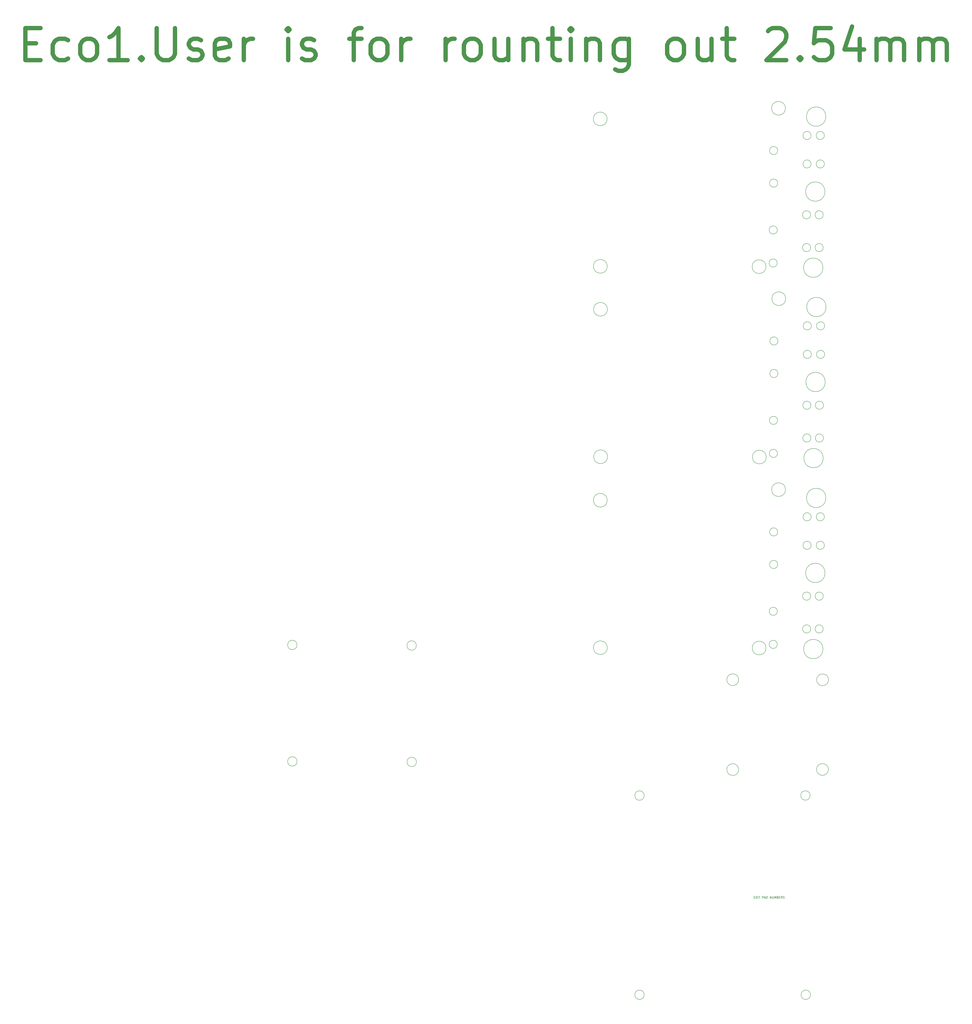
<source format=gbr>
G04 #@! TF.GenerationSoftware,KiCad,Pcbnew,(5.1.5)-3*
G04 #@! TF.CreationDate,2020-11-02T16:30:31-03:00*
G04 #@! TF.ProjectId,panel,70616e65-6c2e-46b6-9963-61645f706362,0.1*
G04 #@! TF.SameCoordinates,Original*
G04 #@! TF.FileFunction,Other,Comment*
%FSLAX46Y46*%
G04 Gerber Fmt 4.6, Leading zero omitted, Abs format (unit mm)*
G04 Created by KiCad (PCBNEW (5.1.5)-3) date 2020-11-02 16:30:31*
%MOMM*%
%LPD*%
G04 APERTURE LIST*
%ADD10C,2.000000*%
%ADD11C,0.150000*%
%ADD12C,0.200000*%
G04 APERTURE END LIST*
D10*
X-399288571Y28541428D02*
X-394288571Y28541428D01*
X-392145714Y20684285D02*
X-399288571Y20684285D01*
X-399288571Y35684285D01*
X-392145714Y35684285D01*
X-379288571Y21398571D02*
X-380717142Y20684285D01*
X-383574285Y20684285D01*
X-385002857Y21398571D01*
X-385717142Y22112857D01*
X-386431428Y23541428D01*
X-386431428Y27827142D01*
X-385717142Y29255714D01*
X-385002857Y29970000D01*
X-383574285Y30684285D01*
X-380717142Y30684285D01*
X-379288571Y29970000D01*
X-370717142Y20684285D02*
X-372145714Y21398571D01*
X-372860000Y22112857D01*
X-373574285Y23541428D01*
X-373574285Y27827142D01*
X-372860000Y29255714D01*
X-372145714Y29970000D01*
X-370717142Y30684285D01*
X-368574285Y30684285D01*
X-367145714Y29970000D01*
X-366431428Y29255714D01*
X-365717142Y27827142D01*
X-365717142Y23541428D01*
X-366431428Y22112857D01*
X-367145714Y21398571D01*
X-368574285Y20684285D01*
X-370717142Y20684285D01*
X-351431428Y20684285D02*
X-360002857Y20684285D01*
X-355717142Y20684285D02*
X-355717142Y35684285D01*
X-357145714Y33541428D01*
X-358574285Y32112857D01*
X-360002857Y31398571D01*
X-345002857Y22112857D02*
X-344288571Y21398571D01*
X-345002857Y20684285D01*
X-345717142Y21398571D01*
X-345002857Y22112857D01*
X-345002857Y20684285D01*
X-337860000Y35684285D02*
X-337860000Y23541428D01*
X-337145714Y22112857D01*
X-336431428Y21398571D01*
X-335002857Y20684285D01*
X-332145714Y20684285D01*
X-330717142Y21398571D01*
X-330002857Y22112857D01*
X-329288571Y23541428D01*
X-329288571Y35684285D01*
X-322860000Y21398571D02*
X-321431428Y20684285D01*
X-318574285Y20684285D01*
X-317145714Y21398571D01*
X-316431428Y22827142D01*
X-316431428Y23541428D01*
X-317145714Y24970000D01*
X-318574285Y25684285D01*
X-320717142Y25684285D01*
X-322145714Y26398571D01*
X-322860000Y27827142D01*
X-322860000Y28541428D01*
X-322145714Y29970000D01*
X-320717142Y30684285D01*
X-318574285Y30684285D01*
X-317145714Y29970000D01*
X-304288571Y21398571D02*
X-305717142Y20684285D01*
X-308574285Y20684285D01*
X-310002857Y21398571D01*
X-310717142Y22827142D01*
X-310717142Y28541428D01*
X-310002857Y29970000D01*
X-308574285Y30684285D01*
X-305717142Y30684285D01*
X-304288571Y29970000D01*
X-303574285Y28541428D01*
X-303574285Y27112857D01*
X-310717142Y25684285D01*
X-297145714Y20684285D02*
X-297145714Y30684285D01*
X-297145714Y27827142D02*
X-296431428Y29255714D01*
X-295717142Y29970000D01*
X-294288571Y30684285D01*
X-292860000Y30684285D01*
X-276431428Y20684285D02*
X-276431428Y30684285D01*
X-276431428Y35684285D02*
X-277145714Y34970000D01*
X-276431428Y34255714D01*
X-275717142Y34970000D01*
X-276431428Y35684285D01*
X-276431428Y34255714D01*
X-270002857Y21398571D02*
X-268574285Y20684285D01*
X-265717142Y20684285D01*
X-264288571Y21398571D01*
X-263574285Y22827142D01*
X-263574285Y23541428D01*
X-264288571Y24970000D01*
X-265717142Y25684285D01*
X-267860000Y25684285D01*
X-269288571Y26398571D01*
X-270002857Y27827142D01*
X-270002857Y28541428D01*
X-269288571Y29970000D01*
X-267860000Y30684285D01*
X-265717142Y30684285D01*
X-264288571Y29970000D01*
X-247860000Y30684285D02*
X-242145714Y30684285D01*
X-245717142Y20684285D02*
X-245717142Y33541428D01*
X-245002857Y34970000D01*
X-243574285Y35684285D01*
X-242145714Y35684285D01*
X-235002857Y20684285D02*
X-236431428Y21398571D01*
X-237145714Y22112857D01*
X-237860000Y23541428D01*
X-237860000Y27827142D01*
X-237145714Y29255714D01*
X-236431428Y29970000D01*
X-235002857Y30684285D01*
X-232860000Y30684285D01*
X-231431428Y29970000D01*
X-230717142Y29255714D01*
X-230002857Y27827142D01*
X-230002857Y23541428D01*
X-230717142Y22112857D01*
X-231431428Y21398571D01*
X-232860000Y20684285D01*
X-235002857Y20684285D01*
X-223574285Y20684285D02*
X-223574285Y30684285D01*
X-223574285Y27827142D02*
X-222860000Y29255714D01*
X-222145714Y29970000D01*
X-220717142Y30684285D01*
X-219288571Y30684285D01*
X-202860000Y20684285D02*
X-202860000Y30684285D01*
X-202860000Y27827142D02*
X-202145714Y29255714D01*
X-201431428Y29970000D01*
X-200002857Y30684285D01*
X-198574285Y30684285D01*
X-191431428Y20684285D02*
X-192859999Y21398571D01*
X-193574285Y22112857D01*
X-194288571Y23541428D01*
X-194288571Y27827142D01*
X-193574285Y29255714D01*
X-192859999Y29970000D01*
X-191431428Y30684285D01*
X-189288571Y30684285D01*
X-187859999Y29970000D01*
X-187145714Y29255714D01*
X-186431428Y27827142D01*
X-186431428Y23541428D01*
X-187145714Y22112857D01*
X-187859999Y21398571D01*
X-189288571Y20684285D01*
X-191431428Y20684285D01*
X-173574285Y30684285D02*
X-173574285Y20684285D01*
X-180002857Y30684285D02*
X-180002857Y22827142D01*
X-179288571Y21398571D01*
X-177860000Y20684285D01*
X-175717142Y20684285D01*
X-174288571Y21398571D01*
X-173574285Y22112857D01*
X-166431428Y30684285D02*
X-166431428Y20684285D01*
X-166431428Y29255714D02*
X-165717142Y29970000D01*
X-164288571Y30684285D01*
X-162145714Y30684285D01*
X-160717142Y29970000D01*
X-160002857Y28541428D01*
X-160002857Y20684285D01*
X-155002857Y30684285D02*
X-149288571Y30684285D01*
X-152860000Y35684285D02*
X-152860000Y22827142D01*
X-152145714Y21398571D01*
X-150717142Y20684285D01*
X-149288571Y20684285D01*
X-144288571Y20684285D02*
X-144288571Y30684285D01*
X-144288571Y35684285D02*
X-145002857Y34970000D01*
X-144288571Y34255714D01*
X-143574285Y34970000D01*
X-144288571Y35684285D01*
X-144288571Y34255714D01*
X-137145714Y30684285D02*
X-137145714Y20684285D01*
X-137145714Y29255714D02*
X-136431428Y29970000D01*
X-135002857Y30684285D01*
X-132860000Y30684285D01*
X-131431428Y29970000D01*
X-130717142Y28541428D01*
X-130717142Y20684285D01*
X-117145714Y30684285D02*
X-117145714Y18541428D01*
X-117860000Y17112857D01*
X-118574285Y16398571D01*
X-120002857Y15684285D01*
X-122145714Y15684285D01*
X-123574285Y16398571D01*
X-117145714Y21398571D02*
X-118574285Y20684285D01*
X-121431428Y20684285D01*
X-122860000Y21398571D01*
X-123574285Y22112857D01*
X-124288571Y23541428D01*
X-124288571Y27827142D01*
X-123574285Y29255714D01*
X-122860000Y29970000D01*
X-121431428Y30684285D01*
X-118574285Y30684285D01*
X-117145714Y29970000D01*
X-96431428Y20684285D02*
X-97860000Y21398571D01*
X-98574285Y22112857D01*
X-99288571Y23541428D01*
X-99288571Y27827142D01*
X-98574285Y29255714D01*
X-97860000Y29970000D01*
X-96431428Y30684285D01*
X-94288571Y30684285D01*
X-92860000Y29970000D01*
X-92145714Y29255714D01*
X-91431428Y27827142D01*
X-91431428Y23541428D01*
X-92145714Y22112857D01*
X-92860000Y21398571D01*
X-94288571Y20684285D01*
X-96431428Y20684285D01*
X-78574285Y30684285D02*
X-78574285Y20684285D01*
X-85002857Y30684285D02*
X-85002857Y22827142D01*
X-84288571Y21398571D01*
X-82859999Y20684285D01*
X-80717142Y20684285D01*
X-79288571Y21398571D01*
X-78574285Y22112857D01*
X-73574285Y30684285D02*
X-67859999Y30684285D01*
X-71431428Y35684285D02*
X-71431428Y22827142D01*
X-70717142Y21398571D01*
X-69288571Y20684285D01*
X-67859999Y20684285D01*
X-52145714Y34255714D02*
X-51431428Y34970000D01*
X-50002857Y35684285D01*
X-46431428Y35684285D01*
X-45002857Y34970000D01*
X-44288571Y34255714D01*
X-43574285Y32827142D01*
X-43574285Y31398571D01*
X-44288571Y29255714D01*
X-52859999Y20684285D01*
X-43574285Y20684285D01*
X-37145714Y22112857D02*
X-36431428Y21398571D01*
X-37145714Y20684285D01*
X-37859999Y21398571D01*
X-37145714Y22112857D01*
X-37145714Y20684285D01*
X-22859999Y35684285D02*
X-30002857Y35684285D01*
X-30717142Y28541428D01*
X-30002857Y29255714D01*
X-28574285Y29970000D01*
X-25002857Y29970000D01*
X-23574285Y29255714D01*
X-22859999Y28541428D01*
X-22145714Y27112857D01*
X-22145714Y23541428D01*
X-22859999Y22112857D01*
X-23574285Y21398571D01*
X-25002857Y20684285D01*
X-28574285Y20684285D01*
X-30002857Y21398571D01*
X-30717142Y22112857D01*
X-9288571Y30684285D02*
X-9288571Y20684285D01*
X-12860000Y36398571D02*
X-16431428Y25684285D01*
X-7145714Y25684285D01*
X-1431428Y20684285D02*
X-1431428Y30684285D01*
X-1431428Y29255714D02*
X-717142Y29970000D01*
X711428Y30684285D01*
X2854285Y30684285D01*
X4282857Y29970000D01*
X4997142Y28541428D01*
X4997142Y20684285D01*
X4997142Y28541428D02*
X5711428Y29970000D01*
X7140000Y30684285D01*
X9282857Y30684285D01*
X10711428Y29970000D01*
X11425714Y28541428D01*
X11425714Y20684285D01*
X18568571Y20684285D02*
X18568571Y30684285D01*
X18568571Y29255714D02*
X19282857Y29970000D01*
X20711428Y30684285D01*
X22854285Y30684285D01*
X24282857Y29970000D01*
X24997142Y28541428D01*
X24997142Y20684285D01*
X24997142Y28541428D02*
X25711428Y29970000D01*
X27140000Y30684285D01*
X29282857Y30684285D01*
X30711428Y29970000D01*
X31425714Y28541428D01*
X31425714Y20684285D01*
D11*
X-44005200Y-180018400D02*
G75*
G03X-44005200Y-180018400I-3200000J0D01*
G01*
X-127325200Y-184978400D02*
G75*
G03X-127325200Y-184978400I-3200000J0D01*
G01*
X-53085200Y-254038400D02*
G75*
G03X-53085200Y-254038400I-3200000J0D01*
G01*
X-127275200Y-253888400D02*
G75*
G03X-127275200Y-253888400I-3200000J0D01*
G01*
X-31975200Y-206038400D02*
G75*
G03X-31975200Y-206038400I-1900000J0D01*
G01*
X-26305200Y-245118400D02*
G75*
G03X-26305200Y-245118400I-1900000J0D01*
G01*
X-47575200Y-199778400D02*
G75*
G03X-47575200Y-199778400I-1900000J0D01*
G01*
X-31975200Y-192728400D02*
G75*
G03X-31975200Y-192728400I-1900000J0D01*
G01*
X-26305200Y-229808400D02*
G75*
G03X-26305200Y-229808400I-1900000J0D01*
G01*
X-47775200Y-236888400D02*
G75*
G03X-47775200Y-236888400I-1900000J0D01*
G01*
X-47805200Y-252328400D02*
G75*
G03X-47805200Y-252328400I-1900000J0D01*
G01*
X-47585200Y-214988400D02*
G75*
G03X-47585200Y-214988400I-1900000J0D01*
G01*
X-25515200Y-218958400D02*
G75*
G03X-25515200Y-218958400I-4500000J0D01*
G01*
X-25775200Y-206038400D02*
G75*
G03X-25775200Y-206038400I-1900000J0D01*
G01*
X-32175200Y-245118400D02*
G75*
G03X-32175200Y-245118400I-1900000J0D01*
G01*
X-32175200Y-229808400D02*
G75*
G03X-32175200Y-229808400I-1900000J0D01*
G01*
X-25775200Y-192728400D02*
G75*
G03X-25775200Y-192728400I-1900000J0D01*
G01*
X-25115200Y-183908400D02*
G75*
G03X-25115200Y-183908400I-4500000J0D01*
G01*
X-26465200Y-254528400D02*
G75*
G03X-26465200Y-254528400I-4500000J0D01*
G01*
X-216456800Y-307265600D02*
G75*
G03X-216456800Y-307265600I-2200000J0D01*
G01*
X-216496800Y-252875600D02*
G75*
G03X-216496800Y-252875600I-2200000J0D01*
G01*
X-272266800Y-307045600D02*
G75*
G03X-272266800Y-307045600I-2200000J0D01*
G01*
X-272266800Y-252605600D02*
G75*
G03X-272266800Y-252605600I-2200000J0D01*
G01*
X-127300600Y-75682000D02*
G75*
G03X-127300600Y-75682000I-3200000J0D01*
G01*
X-53110600Y-75832000D02*
G75*
G03X-53110600Y-75832000I-3200000J0D01*
G01*
X-127350600Y-6772000D02*
G75*
G03X-127350600Y-6772000I-3200000J0D01*
G01*
X-44030600Y-1812000D02*
G75*
G03X-44030600Y-1812000I-3200000J0D01*
G01*
X-26490600Y-76322000D02*
G75*
G03X-26490600Y-76322000I-4500000J0D01*
G01*
X-25140600Y-5702000D02*
G75*
G03X-25140600Y-5702000I-4500000J0D01*
G01*
X-32200600Y-66912000D02*
G75*
G03X-32200600Y-66912000I-1900000J0D01*
G01*
X-25800600Y-27832000D02*
G75*
G03X-25800600Y-27832000I-1900000J0D01*
G01*
X-32200600Y-51602000D02*
G75*
G03X-32200600Y-51602000I-1900000J0D01*
G01*
X-25800600Y-14522000D02*
G75*
G03X-25800600Y-14522000I-1900000J0D01*
G01*
X-25540600Y-40752000D02*
G75*
G03X-25540600Y-40752000I-4500000J0D01*
G01*
X-47610600Y-36782000D02*
G75*
G03X-47610600Y-36782000I-1900000J0D01*
G01*
X-47600600Y-21572000D02*
G75*
G03X-47600600Y-21572000I-1900000J0D01*
G01*
X-47830600Y-74122000D02*
G75*
G03X-47830600Y-74122000I-1900000J0D01*
G01*
X-47800600Y-58682000D02*
G75*
G03X-47800600Y-58682000I-1900000J0D01*
G01*
X-26330600Y-66912000D02*
G75*
G03X-26330600Y-66912000I-1900000J0D01*
G01*
X-32000600Y-27832000D02*
G75*
G03X-32000600Y-27832000I-1900000J0D01*
G01*
X-26330600Y-51602000D02*
G75*
G03X-26330600Y-51602000I-1900000J0D01*
G01*
X-32000600Y-14522000D02*
G75*
G03X-32000600Y-14522000I-1900000J0D01*
G01*
X-127173600Y-164658200D02*
G75*
G03X-127173600Y-164658200I-3200000J0D01*
G01*
X-52983600Y-164808200D02*
G75*
G03X-52983600Y-164808200I-3200000J0D01*
G01*
X-127223600Y-95748200D02*
G75*
G03X-127223600Y-95748200I-3200000J0D01*
G01*
X-43903600Y-90788200D02*
G75*
G03X-43903600Y-90788200I-3200000J0D01*
G01*
X-26363600Y-165298200D02*
G75*
G03X-26363600Y-165298200I-4500000J0D01*
G01*
X-25013600Y-94678200D02*
G75*
G03X-25013600Y-94678200I-4500000J0D01*
G01*
X-32073600Y-155888200D02*
G75*
G03X-32073600Y-155888200I-1900000J0D01*
G01*
X-25673600Y-116808200D02*
G75*
G03X-25673600Y-116808200I-1900000J0D01*
G01*
X-32073600Y-140578200D02*
G75*
G03X-32073600Y-140578200I-1900000J0D01*
G01*
X-25673600Y-103498200D02*
G75*
G03X-25673600Y-103498200I-1900000J0D01*
G01*
X-25413600Y-129728200D02*
G75*
G03X-25413600Y-129728200I-4500000J0D01*
G01*
X-47483600Y-125758200D02*
G75*
G03X-47483600Y-125758200I-1900000J0D01*
G01*
X-47473600Y-110548200D02*
G75*
G03X-47473600Y-110548200I-1900000J0D01*
G01*
X-47703600Y-163098200D02*
G75*
G03X-47703600Y-163098200I-1900000J0D01*
G01*
X-47673600Y-147658200D02*
G75*
G03X-47673600Y-147658200I-1900000J0D01*
G01*
X-26203600Y-155888200D02*
G75*
G03X-26203600Y-155888200I-1900000J0D01*
G01*
X-31873600Y-116808200D02*
G75*
G03X-31873600Y-116808200I-1900000J0D01*
G01*
X-26203600Y-140578200D02*
G75*
G03X-26203600Y-140578200I-1900000J0D01*
G01*
X-31873600Y-103498200D02*
G75*
G03X-31873600Y-103498200I-1900000J0D01*
G01*
X-32294400Y-416081400D02*
G75*
G03X-32294400Y-416081400I-2200000J0D01*
G01*
X-109997400Y-322981400D02*
G75*
G03X-109997400Y-322981400I-2200000J0D01*
G01*
X-109997400Y-416081400D02*
G75*
G03X-109997400Y-416081400I-2200000J0D01*
G01*
X-32444400Y-322956400D02*
G75*
G03X-32444400Y-322956400I-2200000J0D01*
G01*
X-23872400Y-268903600D02*
G75*
G03X-23872400Y-268903600I-2750000J0D01*
G01*
X-65872400Y-268853600D02*
G75*
G03X-65872400Y-268853600I-2750000J0D01*
G01*
X-65872400Y-310853600D02*
G75*
G03X-65872400Y-310853600I-2750000J0D01*
G01*
X-23922400Y-310803600D02*
G75*
G03X-23922400Y-310803600I-2750000J0D01*
G01*
D12*
X-58679400Y-370559971D02*
X-58346066Y-370559971D01*
X-58268685Y-371083780D02*
X-58744876Y-371083780D01*
X-58619876Y-370083780D01*
X-58143685Y-370083780D01*
X-57840114Y-371083780D02*
X-57715114Y-370083780D01*
X-57477019Y-370083780D01*
X-57340114Y-370131400D01*
X-57256780Y-370226638D01*
X-57221066Y-370321876D01*
X-57197257Y-370512352D01*
X-57215114Y-370655209D01*
X-57286542Y-370845685D01*
X-57346066Y-370940923D01*
X-57453209Y-371036161D01*
X-57602019Y-371083780D01*
X-57840114Y-371083780D01*
X-56840114Y-371083780D02*
X-56715114Y-370083780D01*
X-56381780Y-370083780D02*
X-55810352Y-370083780D01*
X-56221066Y-371083780D02*
X-56096066Y-370083780D01*
X-54840114Y-371083780D02*
X-54715114Y-370083780D01*
X-54334161Y-370083780D01*
X-54244876Y-370131400D01*
X-54203209Y-370179019D01*
X-54167495Y-370274257D01*
X-54185352Y-370417114D01*
X-54244876Y-370512352D01*
X-54298447Y-370559971D01*
X-54399638Y-370607590D01*
X-54780590Y-370607590D01*
X-53852019Y-370798066D02*
X-53375828Y-370798066D01*
X-53982971Y-371083780D02*
X-53524638Y-370083780D01*
X-53316304Y-371083780D01*
X-52982971Y-371083780D02*
X-52857971Y-370083780D01*
X-52619876Y-370083780D01*
X-52482971Y-370131400D01*
X-52399638Y-370226638D01*
X-52363923Y-370321876D01*
X-52340114Y-370512352D01*
X-52357971Y-370655209D01*
X-52429400Y-370845685D01*
X-52488923Y-370940923D01*
X-52596066Y-371036161D01*
X-52744876Y-371083780D01*
X-52982971Y-371083780D01*
X-51221066Y-371083780D02*
X-51096066Y-370083780D01*
X-50649638Y-371083780D01*
X-50524638Y-370083780D01*
X-50048447Y-370083780D02*
X-50149638Y-370893304D01*
X-50113923Y-370988542D01*
X-50072257Y-371036161D01*
X-49982971Y-371083780D01*
X-49792495Y-371083780D01*
X-49691304Y-371036161D01*
X-49637733Y-370988542D01*
X-49578209Y-370893304D01*
X-49477019Y-370083780D01*
X-49125828Y-371083780D02*
X-49000828Y-370083780D01*
X-48756780Y-370798066D01*
X-48334161Y-370083780D01*
X-48459161Y-371083780D01*
X-47584161Y-370559971D02*
X-47447257Y-370607590D01*
X-47405590Y-370655209D01*
X-47369876Y-370750447D01*
X-47387733Y-370893304D01*
X-47447257Y-370988542D01*
X-47500828Y-371036161D01*
X-47602019Y-371083780D01*
X-47982971Y-371083780D01*
X-47857971Y-370083780D01*
X-47524638Y-370083780D01*
X-47435352Y-370131400D01*
X-47393685Y-370179019D01*
X-47357971Y-370274257D01*
X-47369876Y-370369495D01*
X-47429400Y-370464733D01*
X-47482971Y-370512352D01*
X-47584161Y-370559971D01*
X-47917495Y-370559971D01*
X-46917495Y-370559971D02*
X-46584161Y-370559971D01*
X-46506780Y-371083780D02*
X-46982971Y-371083780D01*
X-46857971Y-370083780D01*
X-46381780Y-370083780D01*
X-45506780Y-371083780D02*
X-45780590Y-370607590D01*
X-46078209Y-371083780D02*
X-45953209Y-370083780D01*
X-45572257Y-370083780D01*
X-45482971Y-370131400D01*
X-45441304Y-370179019D01*
X-45405590Y-370274257D01*
X-45423447Y-370417114D01*
X-45482971Y-370512352D01*
X-45536542Y-370559971D01*
X-45637733Y-370607590D01*
X-46018685Y-370607590D01*
X-45119876Y-371036161D02*
X-44982971Y-371083780D01*
X-44744876Y-371083780D01*
X-44643685Y-371036161D01*
X-44590114Y-370988542D01*
X-44530590Y-370893304D01*
X-44518685Y-370798066D01*
X-44554400Y-370702828D01*
X-44596066Y-370655209D01*
X-44685352Y-370607590D01*
X-44869876Y-370559971D01*
X-44959161Y-370512352D01*
X-45000828Y-370464733D01*
X-45036542Y-370369495D01*
X-45024638Y-370274257D01*
X-44965114Y-370179019D01*
X-44911542Y-370131400D01*
X-44810352Y-370083780D01*
X-44572257Y-370083780D01*
X-44435352Y-370131400D01*
M02*

</source>
